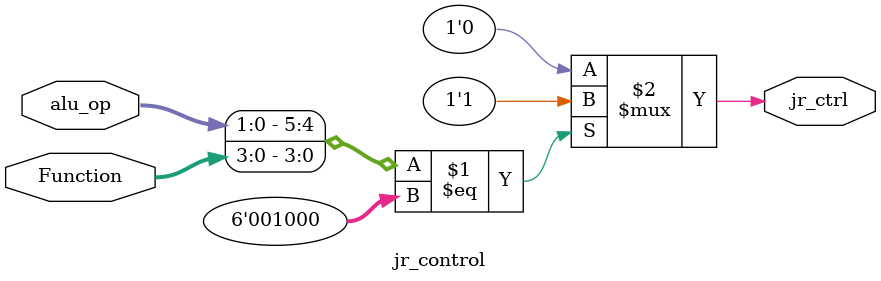
<source format=v>
module jr_control(input [1:0]alu_op, input [3:0]Function, output jr_ctrl);
assign jr_ctrl = ({alu_op,Function}==6'b001000) ? 1'b1 : 1'b0;
endmodule

</source>
